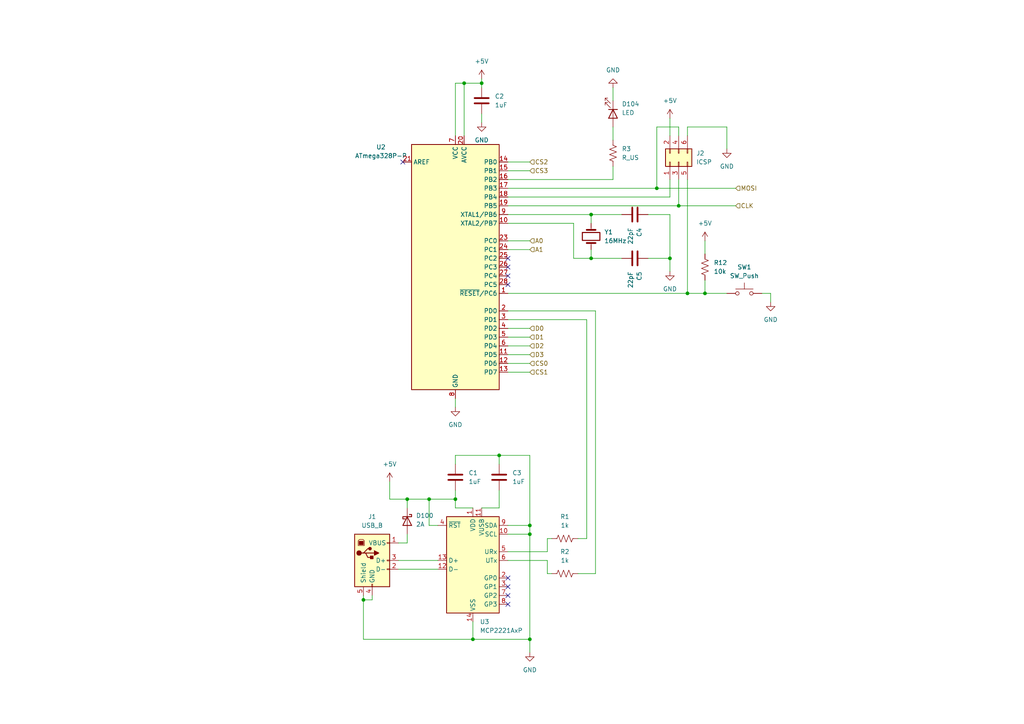
<source format=kicad_sch>
(kicad_sch (version 20211123) (generator eeschema)
  (paper "A4")
  (lib_symbols
    (symbol "Connector:USB_B" (pin_names (offset 1.016))
      (property "Reference" "J" (at -5.08 11.43 0))
      (property "Value" "USB_B" (at -5.08 8.89 0))
      (symbol "USB_B_0_1"
        (rectangle (start -5.08 -7.62) (end 5.08 7.62) (stroke (width 0.254)) (fill (type background)))
        (circle (center -3.81 2.159) (radius 0.635) (stroke (width 0.254)) (fill (type outline)))
        (rectangle (start -3.81 5.588) (end -2.54 4.572) (fill (type outline)))
        (circle (center -0.635 3.429) (radius 0.381) (stroke (width 0.254)) (fill (type outline)))
        (rectangle (start -0.127 -7.62) (end 0.127 -6.858))
        (polyline (pts (xy -1.905 2.159) (xy 0.635 2.159)) (stroke (width 0.254)))
        (polyline (pts (xy -3.175 2.159) (xy -2.54 2.159) (xy -1.27 3.429) (xy -0.635 3.429)) (stroke (width 0.254)))
        (polyline (pts (xy -2.54 2.159) (xy -1.905 2.159) (xy -1.27 0.889) (xy 0 0.889)) (stroke (width 0.254)))
        (polyline (pts (xy 0.635 2.794) (xy 0.635 1.524) (xy 1.905 2.159) (xy 0.635 2.794)) (stroke (width 0.254)) (fill (type outline)))
        (polyline (pts (xy -4.064 4.318) (xy -2.286 4.318) (xy -2.286 5.715) (xy -2.667 6.096) (xy -3.683 6.096) (xy -4.064 5.715) (xy -4.064 4.318)))
        (rectangle (start 0.254 1.27) (end -0.508 0.508) (stroke (width 0.254)) (fill (type outline)))
        (rectangle (start 5.08 -2.667) (end 4.318 -2.413))
        (rectangle (start 5.08 -0.127) (end 4.318 0.127))
        (rectangle (start 5.08 4.953) (end 4.318 5.207))
      )
      (symbol "USB_B_1_1"
        (pin power_out line (at 7.62 5.08 180) (length 2.54) (name "VBUS") (number "1"))
        (pin bidirectional line (at 7.62 -2.54 180) (length 2.54) (name "D-") (number "2"))
        (pin bidirectional line (at 7.62 0 180) (length 2.54) (name "D+") (number "3"))
        (pin power_out line (at 0 -10.16 90) (length 2.54) (name "GND") (number "4"))
        (pin passive line (at -2.54 -10.16 90) (length 2.54) (name "Shield") (number "5"))
      )
    )
    (symbol "Connector_Generic:Conn_02x03_Odd_Even" (pin_names (offset 1.016) hide)
      (property "Reference" "J" (at 1.27 5.08 0))
      (property "Value" "Conn_02x03_Odd_Even" (at 1.27 -5.08 0))
      (symbol "Conn_02x03_Odd_Even_1_1"
        (rectangle (start -1.27 -2.413) (end 0 -2.667) (stroke (width 0.1524)))
        (rectangle (start -1.27 0.127) (end 0 -0.127) (stroke (width 0.1524)))
        (rectangle (start -1.27 2.667) (end 0 2.413) (stroke (width 0.1524)))
        (rectangle (start -1.27 3.81) (end 3.81 -3.81) (stroke (width 0.254)) (fill (type background)))
        (rectangle (start 3.81 -2.413) (end 2.54 -2.667) (stroke (width 0.1524)))
        (rectangle (start 3.81 0.127) (end 2.54 -0.127) (stroke (width 0.1524)))
        (rectangle (start 3.81 2.667) (end 2.54 2.413) (stroke (width 0.1524)))
        (pin passive line (at -5.08 2.54 0) (length 3.81) (name "Pin_1") (number "1"))
        (pin passive line (at 7.62 2.54 180) (length 3.81) (name "Pin_2") (number "2"))
        (pin passive line (at -5.08 0 0) (length 3.81) (name "Pin_3") (number "3"))
        (pin passive line (at 7.62 0 180) (length 3.81) (name "Pin_4") (number "4"))
        (pin passive line (at -5.08 -2.54 0) (length 3.81) (name "Pin_5") (number "5"))
        (pin passive line (at 7.62 -2.54 180) (length 3.81) (name "Pin_6") (number "6"))
      )
    )
    (symbol "Device:C" (pin_numbers hide) (pin_names (offset 0.254))
      (property "Reference" "C" (at 0.635 2.54 0))
      (property "Value" "C" (at 0.635 -2.54 0))
      (symbol "C_0_1"
        (polyline (pts (xy -2.032 -0.762) (xy 2.032 -0.762)) (stroke (width 0.508)))
        (polyline (pts (xy -2.032 0.762) (xy 2.032 0.762)) (stroke (width 0.508)))
      )
      (symbol "C_1_1"
        (pin passive line (at 0 3.81 270) (length 2.794) (name "~") (number "1"))
        (pin passive line (at 0 -3.81 90) (length 2.794) (name "~") (number "2"))
      )
    )
    (symbol "Device:Crystal" (pin_numbers hide) (pin_names (offset 1.016) hide)
      (property "Reference" "Y" (at 0 3.81 0))
      (property "Value" "Crystal" (at 0 -3.81 0))
      (symbol "Crystal_0_1"
        (rectangle (start -1.143 2.54) (end 1.143 -2.54) (stroke (width 0.3048)))
        (polyline (pts (xy -2.54 0) (xy -1.905 0)))
        (polyline (pts (xy -1.905 -1.27) (xy -1.905 1.27)) (stroke (width 0.508)))
        (polyline (pts (xy 1.905 -1.27) (xy 1.905 1.27)) (stroke (width 0.508)))
        (polyline (pts (xy 2.54 0) (xy 1.905 0)))
      )
      (symbol "Crystal_1_1"
        (pin passive line (at -3.81 0 0) (length 1.27) (name "1") (number "1"))
        (pin passive line (at 3.81 0 180) (length 1.27) (name "2") (number "2"))
      )
    )
    (symbol "Device:D_Schottky" (pin_numbers hide) (pin_names (offset 1.016) hide)
      (property "Reference" "D" (at 0 2.54 0))
      (property "Value" "D_Schottky" (at 0 -2.54 0))
      (symbol "D_Schottky_0_1"
        (polyline (pts (xy 1.27 0) (xy -1.27 0)))
        (polyline (pts (xy 1.27 1.27) (xy 1.27 -1.27) (xy -1.27 0) (xy 1.27 1.27)) (stroke (width 0.254)))
        (polyline (pts (xy -1.905 0.635) (xy -1.905 1.27) (xy -1.27 1.27) (xy -1.27 -1.27) (xy -0.635 -1.27) (xy -0.635 -0.635)) (stroke (width 0.254)))
      )
      (symbol "D_Schottky_1_1"
        (pin passive line (at -3.81 0 0) (length 2.54) (name "K") (number "1"))
        (pin passive line (at 3.81 0 180) (length 2.54) (name "A") (number "2"))
      )
    )
    (symbol "Device:LED" (pin_numbers hide) (pin_names (offset 1.016) hide)
      (property "Reference" "D" (at 0 2.54 0))
      (property "Value" "LED" (at 0 -2.54 0))
      (symbol "LED_0_1"
        (polyline (pts (xy -1.27 -1.27) (xy -1.27 1.27)) (stroke (width 0.254)))
        (polyline (pts (xy -1.27 0) (xy 1.27 0)))
        (polyline (pts (xy 1.27 -1.27) (xy 1.27 1.27) (xy -1.27 0) (xy 1.27 -1.27)) (stroke (width 0.254)))
        (polyline (pts (xy -3.048 -0.762) (xy -4.572 -2.286) (xy -3.81 -2.286) (xy -4.572 -2.286) (xy -4.572 -1.524)))
        (polyline (pts (xy -1.778 -0.762) (xy -3.302 -2.286) (xy -2.54 -2.286) (xy -3.302 -2.286) (xy -3.302 -1.524)))
      )
      (symbol "LED_1_1"
        (pin passive line (at -3.81 0 0) (length 2.54) (name "K") (number "1"))
        (pin passive line (at 3.81 0 180) (length 2.54) (name "A") (number "2"))
      )
    )
    (symbol "Device:R_US" (pin_numbers hide) (pin_names (offset 0))
      (property "Reference" "R" (at 2.54 0 90))
      (property "Value" "R_US" (at -2.54 0 90))
      (symbol "R_US_0_1"
        (polyline (pts (xy 0 -2.286) (xy 0 -2.54)))
        (polyline (pts (xy 0 2.286) (xy 0 2.54)))
        (polyline (pts (xy 0 -0.762) (xy 1.016 -1.143) (xy 0 -1.524) (xy -1.016 -1.905) (xy 0 -2.286)))
        (polyline (pts (xy 0 0.762) (xy 1.016 0.381) (xy 0 0) (xy -1.016 -0.381) (xy 0 -0.762)))
        (polyline (pts (xy 0 2.286) (xy 1.016 1.905) (xy 0 1.524) (xy -1.016 1.143) (xy 0 0.762)))
      )
      (symbol "R_US_1_1"
        (pin passive line (at 0 3.81 270) (length 1.27) (name "~") (number "1"))
        (pin passive line (at 0 -3.81 90) (length 1.27) (name "~") (number "2"))
      )
    )
    (symbol "Interface_USB:MCP2221AxP"
      (property "Reference" "U" (at -7.62 16.51 0))
      (property "Value" "MCP2221AxP" (at 12.7 16.51 0))
      (symbol "MCP2221AxP_0_1"
        (rectangle (start -7.62 15.24) (end 7.62 -12.7) (stroke (width 0.254)) (fill (type background)))
      )
      (symbol "MCP2221AxP_1_1"
        (pin power_in line (at 0 17.78 270) (length 2.54) (name "VDD") (number "1"))
        (pin bidirectional line (at 10.16 10.16 180) (length 2.54) (name "SCL") (number "10"))
        (pin passive line (at 2.54 17.78 270) (length 2.54) (name "VUSB") (number "11"))
        (pin bidirectional line (at -10.16 0 0) (length 2.54) (name "D-") (number "12"))
        (pin bidirectional line (at -10.16 2.54 0) (length 2.54) (name "D+") (number "13"))
        (pin power_in line (at 0 -15.24 90) (length 2.54) (name "VSS") (number "14"))
        (pin bidirectional line (at 10.16 -2.54 180) (length 2.54) (name "GP0") (number "2"))
        (pin bidirectional line (at 10.16 -5.08 180) (length 2.54) (name "GP1") (number "3"))
        (pin input line (at -10.16 12.7 0) (length 2.54) (name "~{RST}") (number "4"))
        (pin input line (at 10.16 5.08 180) (length 2.54) (name "URx") (number "5"))
        (pin output line (at 10.16 2.54 180) (length 2.54) (name "UTx") (number "6"))
        (pin bidirectional line (at 10.16 -7.62 180) (length 2.54) (name "GP2") (number "7"))
        (pin bidirectional line (at 10.16 -10.16 180) (length 2.54) (name "GP3") (number "8"))
        (pin bidirectional line (at 10.16 12.7 180) (length 2.54) (name "SDA") (number "9"))
      )
    )
    (symbol "MCU_Microchip_ATmega:ATmega328P-P"
      (property "Reference" "U" (at -12.7 36.83 0))
      (property "Value" "ATmega328P-P" (at 2.54 -36.83 0))
      (symbol "ATmega328P-P_0_1"
        (rectangle (start -12.7 -35.56) (end 12.7 35.56) (stroke (width 0.254)) (fill (type background)))
      )
      (symbol "ATmega328P-P_1_1"
        (pin bidirectional line (at 15.24 -7.62 180) (length 2.54) (name "~{RESET}/PC6") (number "1"))
        (pin bidirectional line (at 15.24 12.7 180) (length 2.54) (name "XTAL2/PB7") (number "10"))
        (pin bidirectional line (at 15.24 -25.4 180) (length 2.54) (name "PD5") (number "11"))
        (pin bidirectional line (at 15.24 -27.94 180) (length 2.54) (name "PD6") (number "12"))
        (pin bidirectional line (at 15.24 -30.48 180) (length 2.54) (name "PD7") (number "13"))
        (pin bidirectional line (at 15.24 30.48 180) (length 2.54) (name "PB0") (number "14"))
        (pin bidirectional line (at 15.24 27.94 180) (length 2.54) (name "PB1") (number "15"))
        (pin bidirectional line (at 15.24 25.4 180) (length 2.54) (name "PB2") (number "16"))
        (pin bidirectional line (at 15.24 22.86 180) (length 2.54) (name "PB3") (number "17"))
        (pin bidirectional line (at 15.24 20.32 180) (length 2.54) (name "PB4") (number "18"))
        (pin bidirectional line (at 15.24 17.78 180) (length 2.54) (name "PB5") (number "19"))
        (pin bidirectional line (at 15.24 -12.7 180) (length 2.54) (name "PD0") (number "2"))
        (pin power_in line (at 2.54 38.1 270) (length 2.54) (name "AVCC") (number "20"))
        (pin passive line (at -15.24 30.48 0) (length 2.54) (name "AREF") (number "21"))
        (pin passive line (at 0 -38.1 90) (length 2.54) hide (name "GND") (number "22"))
        (pin bidirectional line (at 15.24 7.62 180) (length 2.54) (name "PC0") (number "23"))
        (pin bidirectional line (at 15.24 5.08 180) (length 2.54) (name "PC1") (number "24"))
        (pin bidirectional line (at 15.24 2.54 180) (length 2.54) (name "PC2") (number "25"))
        (pin bidirectional line (at 15.24 0 180) (length 2.54) (name "PC3") (number "26"))
        (pin bidirectional line (at 15.24 -2.54 180) (length 2.54) (name "PC4") (number "27"))
        (pin bidirectional line (at 15.24 -5.08 180) (length 2.54) (name "PC5") (number "28"))
        (pin bidirectional line (at 15.24 -15.24 180) (length 2.54) (name "PD1") (number "3"))
        (pin bidirectional line (at 15.24 -17.78 180) (length 2.54) (name "PD2") (number "4"))
        (pin bidirectional line (at 15.24 -20.32 180) (length 2.54) (name "PD3") (number "5"))
        (pin bidirectional line (at 15.24 -22.86 180) (length 2.54) (name "PD4") (number "6"))
        (pin power_in line (at 0 38.1 270) (length 2.54) (name "VCC") (number "7"))
        (pin power_in line (at 0 -38.1 90) (length 2.54) (name "GND") (number "8"))
        (pin bidirectional line (at 15.24 15.24 180) (length 2.54) (name "XTAL1/PB6") (number "9"))
      )
    )
    (symbol "Switch:SW_Push" (pin_numbers hide) (pin_names (offset 1.016) hide)
      (property "Reference" "SW" (at 1.27 2.54 0))
      (property "Value" "SW_Push" (at 0 -1.524 0))
      (symbol "SW_Push_0_1"
        (circle (center -2.032 0) (radius 0.508))
        (polyline (pts (xy 0 1.27) (xy 0 3.048)))
        (polyline (pts (xy 2.54 1.27) (xy -2.54 1.27)))
        (circle (center 2.032 0) (radius 0.508))
        (pin passive line (at -5.08 0 0) (length 2.54) (name "1") (number "1"))
        (pin passive line (at 5.08 0 180) (length 2.54) (name "2") (number "2"))
      )
    )
    (symbol "power:+5V" (power) (pin_names (offset 0))
      (property "Value" "+5V" (at 0 3.556 0))
      (symbol "+5V_0_1"
        (polyline (pts (xy -0.762 1.27) (xy 0 2.54)))
        (polyline (pts (xy 0 0) (xy 0 2.54)))
        (polyline (pts (xy 0 2.54) (xy 0.762 1.27)))
      )
      (symbol "+5V_1_1"
        (pin power_in line (at 0 0 90) (length 0) hide (name "+5V") (number "1"))
      )
    )
    (symbol "power:GND" (power) (pin_names (offset 0))
      (property "Value" "GND" (at 0 -3.81 0))
      (symbol "GND_0_1"
        (polyline (pts (xy 0 0) (xy 0 -1.27) (xy 1.27 -1.27) (xy 0 -2.54) (xy -1.27 -1.27) (xy 0 -1.27)))
      )
      (symbol "GND_1_1"
        (pin power_in line (at 0 0 270) (length 0) hide (name "GND") (number "1"))
      )
    )
  )
  (junction (at 139.7 24.13))
  (junction (at 153.67 152.4))
  (junction (at 190.5 54.61))
  (junction (at 171.45 62.23))
  (junction (at 118.11 144.78))
  (junction (at 199.39 85.09))
  (junction (at 153.67 154.94))
  (junction (at 137.16 185.42))
  (junction (at 132.08 144.78))
  (junction (at 105.41 173.99))
  (junction (at 196.85 59.69))
  (junction (at 204.47 85.09))
  (junction (at 144.78 132.08))
  (junction (at 171.45 74.93))
  (junction (at 124.46 144.78))
  (junction (at 194.31 74.93))
  (junction (at 153.67 185.42))
  (junction (at 134.62 24.13))
  (no_connect (at 147.32 82.55))
  (no_connect (at 147.32 167.64))
  (no_connect (at 147.32 80.01))
  (no_connect (at 147.32 77.47))
  (no_connect (at 116.84 46.99))
  (no_connect (at 147.32 170.18))
  (no_connect (at 147.32 172.72))
  (no_connect (at 147.32 175.26))
  (no_connect (at 147.32 74.93))
  (wire (pts (xy 204.47 85.09) (xy 204.47 81.28)))
  (wire (pts (xy 118.11 144.78) (xy 118.11 147.32)))
  (wire (pts (xy 132.08 144.78) (xy 132.08 147.32)))
  (wire (pts (xy 132.08 115.57) (xy 132.08 118.11)))
  (wire (pts (xy 147.32 100.33) (xy 153.67 100.33)))
  (wire (pts (xy 132.08 147.32) (xy 137.16 147.32)))
  (wire (pts (xy 177.8 48.26) (xy 177.8 52.07)))
  (wire (pts (xy 158.75 160.02) (xy 158.75 156.21)))
  (wire (pts (xy 147.32 97.79) (xy 153.67 97.79)))
  (wire (pts (xy 144.78 147.32) (xy 144.78 142.24)))
  (wire (pts (xy 132.08 24.13) (xy 134.62 24.13)))
  (wire (pts (xy 139.7 22.86) (xy 139.7 24.13)))
  (wire (pts (xy 134.62 24.13) (xy 139.7 24.13)))
  (wire (pts (xy 147.32 62.23) (xy 171.45 62.23)))
  (wire (pts (xy 147.32 102.87) (xy 153.67 102.87)))
  (wire (pts (xy 158.75 162.56) (xy 158.75 166.37)))
  (wire (pts (xy 172.72 90.17) (xy 147.32 90.17)))
  (wire (pts (xy 196.85 59.69) (xy 213.36 59.69)))
  (wire (pts (xy 147.32 160.02) (xy 158.75 160.02)))
  (wire (pts (xy 124.46 152.4) (xy 127 152.4)))
  (wire (pts (xy 147.32 92.71) (xy 170.18 92.71)))
  (wire (pts (xy 147.32 57.15) (xy 194.31 57.15)))
  (wire (pts (xy 147.32 49.53) (xy 153.67 49.53)))
  (wire (pts (xy 107.95 172.72) (xy 107.95 173.99)))
  (wire (pts (xy 153.67 154.94) (xy 153.67 185.42)))
  (wire (pts (xy 147.32 95.25) (xy 153.67 95.25)))
  (wire (pts (xy 113.03 139.7) (xy 113.03 144.78)))
  (wire (pts (xy 147.32 105.41) (xy 153.67 105.41)))
  (wire (pts (xy 196.85 59.69) (xy 196.85 52.07)))
  (wire (pts (xy 118.11 144.78) (xy 124.46 144.78)))
  (wire (pts (xy 220.98 85.09) (xy 223.52 85.09)))
  (wire (pts (xy 190.5 36.83) (xy 190.5 54.61)))
  (wire (pts (xy 118.11 157.48) (xy 118.11 154.94)))
  (wire (pts (xy 115.57 165.1) (xy 127 165.1)))
  (wire (pts (xy 137.16 185.42) (xy 105.41 185.42)))
  (wire (pts (xy 137.16 180.34) (xy 137.16 185.42)))
  (wire (pts (xy 196.85 36.83) (xy 190.5 36.83)))
  (wire (pts (xy 147.32 52.07) (xy 177.8 52.07)))
  (wire (pts (xy 147.32 107.95) (xy 153.67 107.95)))
  (wire (pts (xy 153.67 152.4) (xy 153.67 154.94)))
  (wire (pts (xy 167.64 166.37) (xy 172.72 166.37)))
  (wire (pts (xy 132.08 134.62) (xy 132.08 132.08)))
  (wire (pts (xy 105.41 172.72) (xy 105.41 173.99)))
  (wire (pts (xy 147.32 64.77) (xy 166.37 64.77)))
  (wire (pts (xy 147.32 69.85) (xy 153.67 69.85)))
  (wire (pts (xy 199.39 36.83) (xy 210.82 36.83)))
  (wire (pts (xy 144.78 132.08) (xy 153.67 132.08)))
  (wire (pts (xy 153.67 132.08) (xy 153.67 152.4)))
  (wire (pts (xy 105.41 173.99) (xy 107.95 173.99)))
  (wire (pts (xy 147.32 72.39) (xy 153.67 72.39)))
  (wire (pts (xy 199.39 39.37) (xy 199.39 36.83)))
  (wire (pts (xy 196.85 39.37) (xy 196.85 36.83)))
  (wire (pts (xy 105.41 185.42) (xy 105.41 173.99)))
  (wire (pts (xy 180.34 62.23) (xy 171.45 62.23)))
  (wire (pts (xy 147.32 85.09) (xy 199.39 85.09)))
  (wire (pts (xy 115.57 162.56) (xy 127 162.56)))
  (wire (pts (xy 139.7 147.32) (xy 144.78 147.32)))
  (wire (pts (xy 147.32 154.94) (xy 153.67 154.94)))
  (wire (pts (xy 147.32 152.4) (xy 153.67 152.4)))
  (wire (pts (xy 187.96 74.93) (xy 194.31 74.93)))
  (wire (pts (xy 190.5 54.61) (xy 213.36 54.61)))
  (wire (pts (xy 223.52 85.09) (xy 223.52 87.63)))
  (wire (pts (xy 210.82 36.83) (xy 210.82 43.18)))
  (wire (pts (xy 147.32 54.61) (xy 190.5 54.61)))
  (wire (pts (xy 194.31 74.93) (xy 194.31 78.74)))
  (wire (pts (xy 147.32 59.69) (xy 196.85 59.69)))
  (wire (pts (xy 177.8 36.83) (xy 177.8 40.64)))
  (wire (pts (xy 124.46 144.78) (xy 124.46 152.4)))
  (wire (pts (xy 177.8 25.4) (xy 177.8 29.21)))
  (wire (pts (xy 137.16 185.42) (xy 153.67 185.42)))
  (wire (pts (xy 170.18 156.21) (xy 167.64 156.21)))
  (wire (pts (xy 147.32 46.99) (xy 153.67 46.99)))
  (wire (pts (xy 158.75 166.37) (xy 160.02 166.37)))
  (wire (pts (xy 124.46 144.78) (xy 132.08 144.78)))
  (wire (pts (xy 132.08 132.08) (xy 144.78 132.08)))
  (wire (pts (xy 204.47 69.85) (xy 204.47 73.66)))
  (wire (pts (xy 204.47 85.09) (xy 210.82 85.09)))
  (wire (pts (xy 199.39 52.07) (xy 199.39 85.09)))
  (wire (pts (xy 170.18 92.71) (xy 170.18 156.21)))
  (wire (pts (xy 194.31 62.23) (xy 194.31 74.93)))
  (wire (pts (xy 166.37 74.93) (xy 171.45 74.93)))
  (wire (pts (xy 147.32 162.56) (xy 158.75 162.56)))
  (wire (pts (xy 134.62 24.13) (xy 134.62 39.37)))
  (wire (pts (xy 166.37 64.77) (xy 166.37 74.93)))
  (wire (pts (xy 115.57 157.48) (xy 118.11 157.48)))
  (wire (pts (xy 158.75 156.21) (xy 160.02 156.21)))
  (wire (pts (xy 113.03 144.78) (xy 118.11 144.78)))
  (wire (pts (xy 153.67 185.42) (xy 153.67 189.23)))
  (wire (pts (xy 194.31 34.29) (xy 194.31 39.37)))
  (wire (pts (xy 171.45 62.23) (xy 171.45 64.77)))
  (wire (pts (xy 172.72 166.37) (xy 172.72 90.17)))
  (wire (pts (xy 132.08 39.37) (xy 132.08 24.13)))
  (wire (pts (xy 139.7 24.13) (xy 139.7 25.4)))
  (wire (pts (xy 187.96 62.23) (xy 194.31 62.23)))
  (wire (pts (xy 171.45 72.39) (xy 171.45 74.93)))
  (wire (pts (xy 199.39 85.09) (xy 204.47 85.09)))
  (wire (pts (xy 171.45 74.93) (xy 180.34 74.93)))
  (wire (pts (xy 139.7 33.02) (xy 139.7 35.56)))
  (wire (pts (xy 144.78 132.08) (xy 144.78 134.62)))
  (wire (pts (xy 132.08 142.24) (xy 132.08 144.78)))
  (wire (pts (xy 194.31 57.15) (xy 194.31 52.07)))
  (hierarchical_label "CLK" (shape input) (at 213.36 59.69 0))
  (hierarchical_label "A0" (shape input) (at 153.67 69.85 0))
  (hierarchical_label "D0" (shape input) (at 153.67 95.25 0))
  (hierarchical_label "CS3" (shape input) (at 153.67 49.53 0))
  (hierarchical_label "D2" (shape input) (at 153.67 100.33 0))
  (hierarchical_label "CS0" (shape input) (at 153.67 105.41 0))
  (hierarchical_label "MOSI" (shape input) (at 213.36 54.61 0))
  (hierarchical_label "A1" (shape input) (at 153.67 72.39 0))
  (hierarchical_label "CS2" (shape input) (at 153.67 46.99 0))
  (hierarchical_label "D1" (shape input) (at 153.67 97.79 0))
  (hierarchical_label "CS1" (shape input) (at 153.67 107.95 0))
  (hierarchical_label "D3" (shape input) (at 153.67 102.87 0))
  (symbol (lib_id "Device:R_US") (at 163.83 166.37 270) (unit 1)
    (property "Reference" "R2" (at 163.83 160.02 90))
    (property "Value" "1k" (at 163.83 162.56 90))
    (property "Footprint" "Resistor_THT:R_Axial_DIN0207_L6.3mm_D2.5mm_P7.62mm_Horizontal" (effects hide))
  )
  (symbol (lib_id "power:GND") (at 139.7 35.56 0) (unit 1)
    (property "Reference" "#PWR04" (effects hide))
    (property "Value" "GND" (at 139.7 40.64 0))
  )
  (symbol (lib_id "Device:C") (at 144.78 138.43 0) (unit 1)
    (property "Reference" "C3" (at 148.59 137.1599 0) (effects (justify left)))
    (property "Value" "1uF" (at 148.59 139.6999 0) (effects (justify left)))
    (property "Footprint" "Capacitor_THT:C_Disc_D5.1mm_W3.2mm_P5.00mm" (effects hide))
  )
  (symbol (lib_id "power:GND") (at 223.52 87.63 0) (unit 1)
    (property "Reference" "#PWR011" (effects hide))
    (property "Value" "GND" (at 223.52 92.71 0))
  )
  (symbol (lib_id "power:GND") (at 210.82 43.18 0) (unit 1)
    (property "Reference" "#PWR010" (effects hide))
    (property "Value" "GND" (at 210.82 48.26 0))
  )
  (symbol (lib_id "power:+5V") (at 194.31 34.29 0) (unit 1)
    (property "Reference" "#PWR07" (effects hide))
    (property "Value" "+5V" (at 194.31 29.21 0))
  )
  (symbol (lib_id "power:GND") (at 194.31 78.74 0) (unit 1)
    (property "Reference" "#PWR08" (effects hide))
    (property "Value" "GND" (at 194.31 83.82 0))
  )
  (symbol (lib_id "power:+5V") (at 139.7 22.86 0) (unit 1)
    (property "Reference" "#PWR03" (effects hide))
    (property "Value" "+5V" (at 139.7 17.78 0))
  )
  (symbol (lib_id "power:+5V") (at 113.03 139.7 0) (unit 1)
    (property "Reference" "#PWR01" (effects hide))
    (property "Value" "+5V" (at 113.03 134.62 0))
  )
  (symbol (lib_id "Device:R_US") (at 163.83 156.21 270) (unit 1)
    (property "Reference" "R1" (at 163.83 149.86 90))
    (property "Value" "1k" (at 163.83 152.4 90))
    (property "Footprint" "Resistor_THT:R_Axial_DIN0207_L6.3mm_D2.5mm_P7.62mm_Horizontal" (effects hide))
  )
  (symbol (lib_id "Interface_USB:MCP2221AxP") (at 137.16 165.1 0) (unit 1)
    (property "Reference" "U3" (at 139.1794 180.34 0) (effects (justify left)))
    (property "Value" "MCP2221AxP" (at 139.1794 182.88 0) (effects (justify left)))
    (property "Footprint" "Package_DIP:DIP-14_W7.62mm" (effects hide))
    (property "Datasheet" "http://ww1.microchip.com/downloads/en/DeviceDoc/20005565B.pdf" (effects hide))
  )
  (symbol (lib_id "power:GND") (at 177.8 25.4 180) (unit 1)
    (property "Reference" "#PWR06" (effects hide))
    (property "Value" "GND" (at 177.8 20.32 0))
  )
  (symbol (lib_id "Device:C") (at 184.15 74.93 270) (unit 1)
    (property "Reference" "C5" (at 185.4201 78.74 0) (effects (justify left)))
    (property "Value" "22pF" (at 182.8801 78.74 0) (effects (justify left)))
    (property "Footprint" "Capacitor_THT:C_Disc_D5.0mm_W2.5mm_P2.50mm" (effects hide))
  )
  (symbol (lib_id "power:GND") (at 132.08 118.11 0) (unit 1)
    (property "Reference" "#PWR02" (effects hide))
    (property "Value" "GND" (at 132.08 123.19 0))
  )
  (symbol (lib_id "Device:D_Schottky") (at 118.11 151.13 270) (unit 1)
    (property "Reference" "D100" (at 120.65 149.5424 90) (effects (justify left)))
    (property "Value" "2A" (at 120.65 152.0824 90) (effects (justify left)))
    (property "Footprint" "Diode_THT:D_DO-15_P10.16mm_Horizontal" (effects hide))
  )
  (symbol (lib_id "Device:R_US") (at 204.47 77.47 0) (unit 1)
    (property "Reference" "R12" (at 207.01 76.1999 0) (effects (justify left)))
    (property "Value" "10k" (at 207.01 78.7399 0) (effects (justify left)))
    (property "Footprint" "Resistor_THT:R_Axial_DIN0207_L6.3mm_D2.5mm_P7.62mm_Horizontal" (effects hide))
  )
  (symbol (lib_id "power:+5V") (at 204.47 69.85 0) (unit 1)
    (property "Reference" "#PWR09" (effects hide))
    (property "Value" "+5V" (at 204.47 64.77 0))
  )
  (symbol (lib_id "Device:C") (at 132.08 138.43 0) (unit 1)
    (property "Reference" "C1" (at 135.89 137.1599 0) (effects (justify left)))
    (property "Value" "1uF" (at 135.89 139.6999 0) (effects (justify left)))
    (property "Footprint" "Capacitor_THT:C_Disc_D5.1mm_W3.2mm_P5.00mm" (effects hide))
  )
  (symbol (lib_id "Device:LED") (at 177.8 33.02 270) (unit 1)
    (property "Reference" "D104" (at 180.34 30.1624 90) (effects (justify left)))
    (property "Value" "LED" (at 180.34 32.7024 90) (effects (justify left)))
    (property "Footprint" "LED_THT:LED_D5.0mm" (effects hide))
  )
  (symbol (lib_id "power:GND") (at 153.67 189.23 0) (unit 1)
    (property "Reference" "#PWR05" (effects hide))
    (property "Value" "GND" (at 153.67 194.31 0))
  )
  (symbol (lib_id "Device:R_US") (at 177.8 44.45 0) (unit 1)
    (property "Reference" "R3" (at 180.34 43.1799 0) (effects (justify left)))
    (property "Value" "R_US" (at 180.34 45.7199 0) (effects (justify left)))
    (property "Footprint" "Resistor_THT:R_Axial_DIN0207_L6.3mm_D2.5mm_P7.62mm_Horizontal" (effects hide))
  )
  (symbol (lib_id "Device:C") (at 184.15 62.23 270) (unit 1)
    (property "Reference" "C4" (at 185.4201 66.04 0) (effects (justify left)))
    (property "Value" "22pF" (at 182.8801 66.04 0) (effects (justify left)))
    (property "Footprint" "Capacitor_THT:C_Disc_D5.0mm_W2.5mm_P2.50mm" (effects hide))
  )
  (symbol (lib_id "Switch:SW_Push") (at 215.9 85.09 0) (unit 1)
    (property "Reference" "SW1" (at 215.9 77.47 0))
    (property "Value" "SW_Push" (at 215.9 80.01 0))
    (property "Footprint" "Button_Switch_THT:SW_PUSH_6mm" (effects hide))
  )
  (symbol (lib_id "Connector_Generic:Conn_02x03_Odd_Even") (at 196.85 46.99 90) (unit 1)
    (property "Reference" "J2" (at 201.93 44.4499 90) (effects (justify right)))
    (property "Value" "ICSP" (at 201.93 46.9899 90) (effects (justify right)))
    (property "Footprint" "Connector_PinHeader_2.54mm:PinHeader_2x03_P2.54mm_Vertical" (effects hide))
  )
  (symbol (lib_id "MCU_Microchip_ATmega:ATmega328P-P") (at 132.08 77.47 0) (unit 1)
    (property "Reference" "U2" (at 110.49 42.6593 0))
    (property "Value" "ATmega328P-P" (at 110.49 45.1993 0))
    (property "Footprint" "Package_DIP:DIP-28_W7.62mm" (effects hide))
    (property "Datasheet" "http://ww1.microchip.com/downloads/en/DeviceDoc/ATmega328_P%20AVR%20MCU%20with%20picoPower%20Technology%20Data%20Sheet%2040001984A.pdf" (effects hide))
  )
  (symbol (lib_id "Device:Crystal") (at 171.45 68.58 270) (unit 1)
    (property "Reference" "Y1" (at 175.26 67.3099 90) (effects (justify left)))
    (property "Value" "16MHz" (at 175.26 69.8499 90) (effects (justify left)))
    (property "Footprint" "Crystal:Crystal_HC49-4H_Vertical" (effects hide))
  )
  (symbol (lib_id "Device:C") (at 139.7 29.21 0) (unit 1)
    (property "Reference" "C2" (at 143.51 27.9399 0) (effects (justify left)))
    (property "Value" "1uF" (at 143.51 30.4799 0) (effects (justify left)))
    (property "Footprint" "Capacitor_THT:C_Disc_D5.1mm_W3.2mm_P5.00mm" (effects hide))
  )
  (symbol (lib_id "Connector:USB_B") (at 107.95 162.56 0) (unit 1)
    (property "Reference" "J1" (at 107.95 149.86 0))
    (property "Value" "USB_B" (at 107.95 152.4 0))
    (property "Footprint" "Connector_USB:USB_B_OST_USB-B1HSxx_Horizontal" (effects hide))
    (property "Datasheet" " ~" (effects hide))
  )
)
</source>
